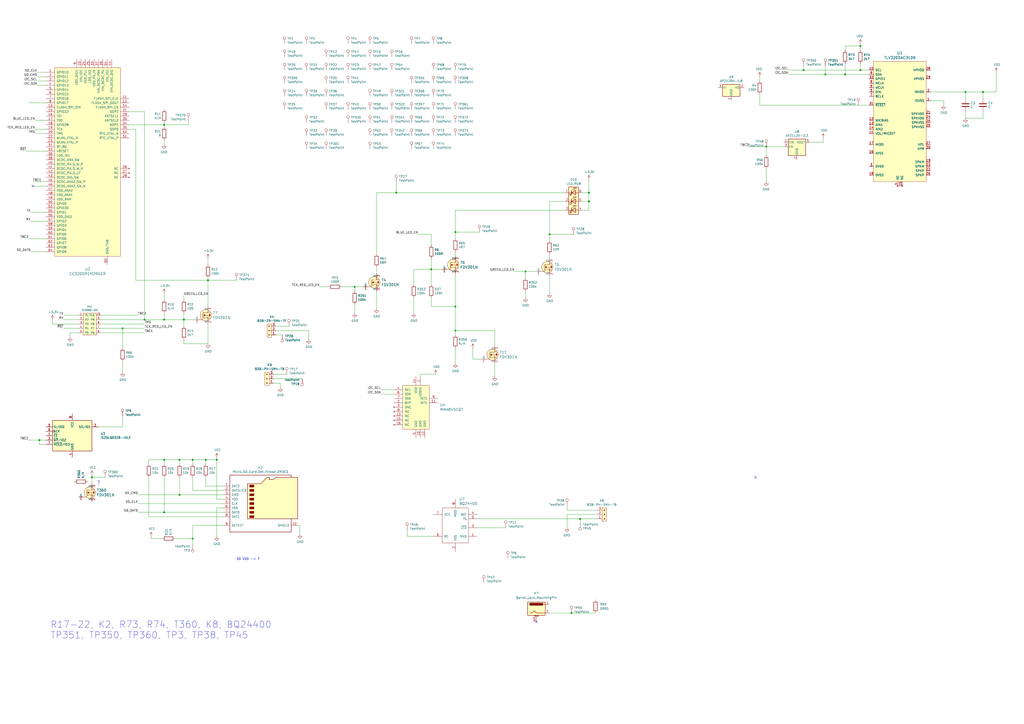
<source format=kicad_sch>
(kicad_sch (version 20230121) (generator eeschema)
  (paper "A2")
  (junction (at 250.19 156.21))
  (junction (at 341.63 111.76))
  (junction (at 264.16 177.8))
  (junction (at 264.16 134.62))
  (junction (at 318.77 135.89))
  (junction (at 490.22 43.18))
  (junction (at 106.68 185.42))
  (junction (at 111.76 312.42))
  (junction (at 304.8 157.48))
  (junction (at 95.25 266.7))
  (junction (at 499.11 40.64))
  (junction (at 331.47 355.6))
  (junction (at 22.86 255.27))
  (junction (at 95.25 297.18))
  (junction (at 499.11 26.67))
  (junction (at 264.16 191.77))
  (junction (at 229.87 111.76))
  (junction (at 125.73 266.7))
  (junction (at 466.09 40.64))
  (junction (at 104.14 266.7))
  (junction (at 95.25 185.42))
  (junction (at 111.76 266.7))
  (junction (at 205.74 166.37))
  (junction (at 120.65 162.56))
  (junction (at 341.63 116.84))
  (junction (at 95.25 72.39))
  (junction (at 478.79 43.18))
  (junction (at 83.82 185.42))
  (junction (at 119.38 266.7))
  (junction (at 444.5 85.09))
  (junction (at 104.14 287.02))
  (junction (at 570.23 53.34))
  (junction (at 336.55 300.99))
  (junction (at 53.34 276.86))
  (junction (at 71.12 190.5))
  (junction (at 560.07 53.34))
  (no_connect (at 438.15 276.86))
  (no_connect (at 311.15 360.68))
  (no_connect (at 19.05 107.95))
  (wire (pts (xy 119.38 276.86) (xy 119.38 281.94)))
  (wire (pts (xy 250.19 165.1) (xy 250.19 156.21)))
  (wire (pts (xy 58.42 190.5) (xy 71.12 190.5)))
  (wire (pts (xy 16.51 59.69) (xy 26.67 59.69)))
  (wire (pts (xy 279.4 208.28) (xy 274.32 208.28)))
  (wire (pts (xy 444.5 97.79) (xy 444.5 105.41)))
  (wire (pts (xy 236.22 311.15) (xy 236.22 307.34)))
  (wire (pts (xy 173.99 304.8) (xy 173.99 309.88)))
  (wire (pts (xy 311.15 157.48) (xy 304.8 157.48)))
  (wire (pts (xy 71.12 247.65) (xy 71.12 241.3)))
  (wire (pts (xy 125.73 289.56) (xy 125.73 266.7)))
  (wire (pts (xy 218.44 147.32) (xy 218.44 111.76)))
  (wire (pts (xy 276.86 300.99) (xy 336.55 300.99)))
  (wire (pts (xy 15.24 87.63) (xy 26.67 87.63)))
  (wire (pts (xy 58.42 182.88) (xy 80.01 182.88)))
  (wire (pts (xy 111.76 304.8) (xy 111.76 312.42)))
  (wire (pts (xy 264.16 148.59) (xy 264.16 146.05)))
  (wire (pts (xy 332.74 135.89) (xy 318.77 135.89)))
  (wire (pts (xy 278.13 134.62) (xy 264.16 134.62)))
  (wire (pts (xy 229.87 111.76) (xy 327.66 111.76)))
  (wire (pts (xy 26.67 74.93) (xy 20.32 74.93)))
  (wire (pts (xy 539.75 53.34) (xy 560.07 53.34)))
  (wire (pts (xy 228.6 228.6) (xy 220.98 228.6)))
  (wire (pts (xy 120.65 153.67) (xy 120.65 149.86)))
  (wire (pts (xy 466.09 38.1) (xy 466.09 40.64)))
  (wire (pts (xy 160.02 194.31) (xy 163.83 194.31)))
  (wire (pts (xy 162.56 224.79) (xy 162.56 222.25)))
  (wire (pts (xy 104.14 287.02) (xy 129.54 287.02)))
  (wire (pts (xy 179.07 191.77) (xy 179.07 196.85)))
  (wire (pts (xy 111.76 266.7) (xy 111.76 269.24)))
  (wire (pts (xy 318.77 116.84) (xy 318.77 135.89)))
  (wire (pts (xy 58.42 193.04) (xy 83.82 193.04)))
  (wire (pts (xy 58.42 187.96) (xy 83.82 187.96)))
  (wire (pts (xy 341.63 104.14) (xy 341.63 111.76)))
  (wire (pts (xy 53.34 275.59) (xy 53.34 276.86)))
  (wire (pts (xy 95.25 72.39) (xy 95.25 73.66)))
  (wire (pts (xy 120.65 162.56) (xy 120.65 177.8)))
  (wire (pts (xy 490.22 43.18) (xy 478.79 43.18)))
  (wire (pts (xy 125.73 266.7) (xy 125.73 265.43)))
  (wire (pts (xy 440.69 46.99) (xy 440.69 44.45)))
  (wire (pts (xy 111.76 316.23) (xy 111.76 312.42)))
  (wire (pts (xy 304.8 157.48) (xy 298.45 157.48)))
  (wire (pts (xy 276.86 306.07) (xy 293.37 306.07)))
  (wire (pts (xy 26.67 77.47) (xy 20.32 77.47)))
  (wire (pts (xy 26.67 49.53) (xy 21.59 49.53)))
  (wire (pts (xy 228.6 226.06) (xy 220.98 226.06)))
  (wire (pts (xy 125.73 294.64) (xy 125.73 311.15)))
  (wire (pts (xy 22.86 255.27) (xy 16.51 255.27)))
  (wire (pts (xy 264.16 191.77) (xy 264.16 194.31)))
  (wire (pts (xy 547.37 58.42) (xy 539.75 58.42)))
  (wire (pts (xy 469.9 82.55) (xy 477.52 82.55)))
  (wire (pts (xy 78.74 74.93) (xy 78.74 162.56)))
  (wire (pts (xy 264.16 177.8) (xy 264.16 191.77)))
  (wire (pts (xy 106.68 196.85) (xy 106.68 199.39)))
  (wire (pts (xy 264.16 134.62) (xy 264.16 138.43)))
  (wire (pts (xy 120.65 187.96) (xy 120.65 199.39)))
  (wire (pts (xy 570.23 68.58) (xy 570.23 64.77)))
  (wire (pts (xy 26.67 123.19) (xy 17.78 123.19)))
  (wire (pts (xy 440.69 60.96) (xy 504.19 60.96)))
  (wire (pts (xy 95.25 266.7) (xy 86.36 266.7)))
  (wire (pts (xy 440.69 54.61) (xy 440.69 60.96)))
  (wire (pts (xy 444.5 85.09) (xy 434.34 85.09)))
  (wire (pts (xy 87.63 311.15) (xy 87.63 312.42)))
  (wire (pts (xy 205.74 176.53) (xy 205.74 181.61)))
  (wire (pts (xy 106.68 185.42) (xy 106.68 181.61)))
  (wire (pts (xy 60.96 276.86) (xy 53.34 276.86)))
  (wire (pts (xy 256.54 156.21) (xy 250.19 156.21)))
  (wire (pts (xy 218.44 111.76) (xy 229.87 111.76)))
  (wire (pts (xy 83.82 64.77) (xy 74.93 64.77)))
  (wire (pts (xy 26.67 105.41) (xy 19.05 105.41)))
  (wire (pts (xy 477.52 82.55) (xy 477.52 80.01)))
  (wire (pts (xy 318.77 135.89) (xy 318.77 139.7)))
  (wire (pts (xy 129.54 289.56) (xy 125.73 289.56)))
  (wire (pts (xy 104.14 287.02) (xy 80.01 287.02)))
  (wire (pts (xy 120.65 162.56) (xy 120.65 161.29)))
  (wire (pts (xy 318.77 355.6) (xy 331.47 355.6)))
  (wire (pts (xy 318.77 160.02) (xy 318.77 170.18)))
  (wire (pts (xy 205.74 168.91) (xy 205.74 166.37)))
  (wire (pts (xy 111.76 276.86) (xy 111.76 284.48)))
  (wire (pts (xy 264.16 158.75) (xy 264.16 177.8)))
  (wire (pts (xy 158.75 217.17) (xy 166.37 217.17)))
  (wire (pts (xy 205.74 166.37) (xy 198.12 166.37)))
  (wire (pts (xy 250.19 177.8) (xy 264.16 177.8)))
  (wire (pts (xy 93.98 312.42) (xy 87.63 312.42)))
  (wire (pts (xy 95.25 181.61) (xy 95.25 185.42)))
  (wire (pts (xy 346.71 298.45) (xy 328.93 298.45)))
  (wire (pts (xy 129.54 284.48) (xy 111.76 284.48)))
  (wire (pts (xy 106.68 199.39) (xy 120.65 199.39)))
  (wire (pts (xy 26.67 255.27) (xy 22.86 255.27)))
  (wire (pts (xy 499.11 40.64) (xy 466.09 40.64)))
  (wire (pts (xy 250.19 156.21) (xy 250.19 149.86)))
  (wire (pts (xy 304.8 172.72) (xy 304.8 168.91)))
  (wire (pts (xy 106.68 189.23) (xy 106.68 185.42)))
  (wire (pts (xy 95.25 185.42) (xy 106.68 185.42)))
  (wire (pts (xy 45.72 190.5) (xy 36.83 190.5)))
  (wire (pts (xy 106.68 173.99) (xy 106.68 171.45)))
  (wire (pts (xy 274.32 208.28) (xy 274.32 201.93)))
  (wire (pts (xy 243.84 217.17) (xy 243.84 218.44)))
  (wire (pts (xy 129.54 294.64) (xy 125.73 294.64)))
  (wire (pts (xy 250.19 142.24) (xy 250.19 135.89)))
  (wire (pts (xy 560.07 53.34) (xy 560.07 57.15)))
  (wire (pts (xy 341.63 111.76) (xy 341.63 116.84)))
  (wire (pts (xy 158.75 219.71) (xy 175.26 219.71)))
  (wire (pts (xy 478.79 38.1) (xy 478.79 43.18)))
  (wire (pts (xy 328.93 295.91) (xy 328.93 293.37)))
  (wire (pts (xy 560.07 68.58) (xy 570.23 68.58)))
  (wire (pts (xy 86.36 266.7) (xy 86.36 269.24)))
  (wire (pts (xy 318.77 116.84) (xy 327.66 116.84)))
  (wire (pts (xy 95.25 276.86) (xy 95.25 297.18)))
  (wire (pts (xy 58.42 185.42) (xy 83.82 185.42)))
  (wire (pts (xy 251.46 311.15) (xy 236.22 311.15)))
  (wire (pts (xy 129.54 297.18) (xy 95.25 297.18)))
  (wire (pts (xy 252.73 217.17) (xy 243.84 217.17)))
  (wire (pts (xy 560.07 64.77) (xy 560.07 68.58)))
  (wire (pts (xy 560.07 53.34) (xy 570.23 53.34)))
  (wire (pts (xy 83.82 64.77) (xy 83.82 185.42)))
  (wire (pts (xy 45.72 193.04) (xy 40.64 193.04)))
  (wire (pts (xy 95.25 173.99) (xy 95.25 170.18)))
  (wire (pts (xy 106.68 185.42) (xy 113.03 185.42)))
  (wire (pts (xy 120.65 162.56) (xy 137.16 162.56)))
  (wire (pts (xy 129.54 281.94) (xy 119.38 281.94)))
  (wire (pts (xy 240.03 172.72) (xy 240.03 181.61)))
  (wire (pts (xy 218.44 154.94) (xy 218.44 158.75)))
  (wire (pts (xy 45.72 182.88) (xy 36.83 182.88)))
  (wire (pts (xy 504.19 43.18) (xy 490.22 43.18)))
  (wire (pts (xy 26.67 128.27) (xy 17.78 128.27)))
  (wire (pts (xy 250.19 156.21) (xy 240.03 156.21)))
  (wire (pts (xy 331.47 355.6) (xy 345.44 355.6)))
  (wire (pts (xy 504.19 40.64) (xy 499.11 40.64)))
  (wire (pts (xy 111.76 266.7) (xy 104.14 266.7)))
  (wire (pts (xy 71.12 215.9) (xy 71.12 209.55)))
  (wire (pts (xy 190.5 166.37) (xy 185.42 166.37)))
  (wire (pts (xy 336.55 300.99) (xy 336.55 303.53)))
  (wire (pts (xy 160.02 189.23) (xy 167.64 189.23)))
  (wire (pts (xy 205.74 166.37) (xy 210.82 166.37)))
  (wire (pts (xy 74.93 74.93) (xy 78.74 74.93)))
  (wire (pts (xy 119.38 266.7) (xy 111.76 266.7)))
  (wire (pts (xy 444.5 85.09) (xy 454.66 85.09)))
  (wire (pts (xy 86.36 276.86) (xy 86.36 299.72)))
  (wire (pts (xy 26.67 41.91) (xy 21.59 41.91)))
  (wire (pts (xy 346.71 295.91) (xy 328.93 295.91)))
  (wire (pts (xy 466.09 40.64) (xy 457.2 40.64)))
  (wire (pts (xy 304.8 161.29) (xy 304.8 157.48)))
  (wire (pts (xy 129.54 292.1) (xy 80.01 292.1)))
  (wire (pts (xy 26.67 107.95) (xy 19.05 107.95)))
  (wire (pts (xy 119.38 269.24) (xy 119.38 266.7)))
  (wire (pts (xy 20.32 69.85) (xy 26.67 69.85)))
  (wire (pts (xy 95.25 297.18) (xy 80.01 297.18)))
  (wire (pts (xy 547.37 60.96) (xy 547.37 58.42)))
  (wire (pts (xy 570.23 53.34) (xy 570.23 57.15)))
  (wire (pts (xy 287.02 210.82) (xy 287.02 218.44)))
  (wire (pts (xy 109.22 72.39) (xy 109.22 69.85)))
  (wire (pts (xy 45.72 187.96) (xy 30.48 187.96)))
  (wire (pts (xy 337.82 116.84) (xy 341.63 116.84)))
  (wire (pts (xy 444.5 85.09) (xy 444.5 90.17)))
  (wire (pts (xy 172.72 304.8) (xy 173.99 304.8)))
  (wire (pts (xy 346.71 300.99) (xy 336.55 300.99)))
  (wire (pts (xy 499.11 29.21) (xy 499.11 26.67)))
  (wire (pts (xy 240.03 156.21) (xy 240.03 165.1)))
  (wire (pts (xy 478.79 43.18) (xy 457.2 43.18)))
  (wire (pts (xy 242.57 135.89) (xy 250.19 135.89)))
  (wire (pts (xy 264.16 201.93) (xy 264.16 210.82)))
  (wire (pts (xy 26.67 146.05) (xy 17.78 146.05)))
  (wire (pts (xy 318.77 149.86) (xy 318.77 147.32)))
  (wire (pts (xy 341.63 116.84) (xy 341.63 121.92)))
  (wire (pts (xy 337.82 111.76) (xy 341.63 111.76)))
  (wire (pts (xy 158.75 222.25) (xy 162.56 222.25)))
  (wire (pts (xy 490.22 36.83) (xy 490.22 43.18)))
  (wire (pts (xy 570.23 53.34) (xy 577.85 53.34)))
  (wire (pts (xy 264.16 121.92) (xy 264.16 134.62)))
  (wire (pts (xy 218.44 168.91) (xy 218.44 179.07)))
  (wire (pts (xy 71.12 190.5) (xy 83.82 190.5)))
  (wire (pts (xy 104.14 266.7) (xy 104.14 269.24)))
  (wire (pts (xy 341.63 121.92) (xy 337.82 121.92)))
  (wire (pts (xy 95.25 266.7) (xy 95.25 269.24)))
  (wire (pts (xy 22.86 257.81) (xy 22.86 255.27)))
  (wire (pts (xy 57.15 247.65) (xy 71.12 247.65)))
  (wire (pts (xy 499.11 26.67) (xy 499.11 25.4)))
  (wire (pts (xy 577.85 53.34) (xy 577.85 41.91)))
  (wire (pts (xy 287.02 191.77) (xy 287.02 200.66)))
  (wire (pts (xy 95.25 71.12) (xy 95.25 72.39)))
  (wire (pts (xy 490.22 29.21) (xy 490.22 26.67)))
  (wire (pts (xy 26.67 138.43) (xy 16.51 138.43)))
  (wire (pts (xy 53.34 276.86) (xy 53.34 280.67)))
  (wire (pts (xy 109.22 72.39) (xy 95.25 72.39)))
  (wire (pts (xy 83.82 185.42) (xy 95.25 185.42)))
  (wire (pts (xy 119.38 266.7) (xy 125.73 266.7)))
  (wire (pts (xy 490.22 26.67) (xy 499.11 26.67)))
  (wire (pts (xy 229.87 111.76) (xy 229.87 105.41)))
  (wire (pts (xy 250.19 172.72) (xy 250.19 177.8)))
  (wire (pts (xy 45.72 185.42) (xy 36.83 185.42)))
  (wire (pts (xy 78.74 162.56) (xy 120.65 162.56)))
  (wire (pts (xy 40.64 193.04) (xy 40.64 195.58)))
  (wire (pts (xy 499.11 36.83) (xy 499.11 40.64)))
  (wire (pts (xy 327.66 121.92) (xy 264.16 121.92)))
  (wire (pts (xy 104.14 266.7) (xy 95.25 266.7)))
  (wire (pts (xy 26.67 44.45) (xy 21.59 44.45)))
  (wire (pts (xy 74.93 72.39) (xy 95.25 72.39)))
  (wire (pts (xy 328.93 298.45) (xy 328.93 306.07)))
  (wire (pts (xy 264.16 191.77) (xy 287.02 191.77)))
  (wire (pts (xy 101.6 312.42) (xy 111.76 312.42)))
  (wire (pts (xy 26.67 46.99) (xy 21.59 46.99)))
  (wire (pts (xy 129.54 299.72) (xy 86.36 299.72)))
  (wire (pts (xy 30.48 187.96) (xy 30.48 185.42)))
  (wire (pts (xy 104.14 276.86) (xy 104.14 287.02)))
  (wire (pts (xy 71.12 201.93) (xy 71.12 190.5)))
  (wire (pts (xy 26.67 257.81) (xy 22.86 257.81)))
  (wire (pts (xy 160.02 191.77) (xy 179.07 191.77)))
  (wire (pts (xy 95.25 81.28) (xy 95.25 83.82)))
  (wire (pts (xy 129.54 304.8) (xy 111.76 304.8)))
  (text "SD VDD -> ?" (at 137.16 325.12 0) (effects (font (size 1.27 1.27)) (justify left bottom)))
  (text "R17-22, K2, R73, R74, T360, K8, BQ24400\nTP351, TP350, TP360, TP3, TP38, TP45" (at 29.21 370.84 0) (effects (font (size 3.81 3.81)) (justify left bottom)))
  (text "?" (at 55.88 281.94 0) (effects (font (size 2.54 2.54)) (justify left bottom)))
  (label "TX" (at 17.78 123.19 180))
  (label "TBC1" (at 83.82 193.04 0))
  (label "TCK_RED_LED_EN" (at 185.42 166.37 180))
  (label "SD_CLK" (at 80.01 292.1 180))
  (label "TBC2" (at 16.51 255.27 180))
  (label "BLUE_LED_EN" (at 20.32 69.85 180))
  (label "I2C_SCL" (at 457.2 40.64 180))
  (label "I2C_SDA" (at 457.2 43.18 180))
  (label "TBC3" (at 434.34 85.09 180))
  (label "I2C_SCL" (at 220.98 226.06 180))
  (label "I2C_SCL" (at 21.59 46.99 180))
  (label "TMS" (at 20.32 77.47 180))
  (label "SD_DAT0" (at 80.01 297.18 180))
  (label "TMS" (at 83.82 187.96 0))
  (label "TX" (at 36.83 182.88 180))
  (label "SD_DAT0" (at 17.78 146.05 180))
  (label "~{RST}" (at 36.83 190.5 180))
  (label "BLUE_LED_EN" (at 242.57 135.89 180))
  (label "RX" (at 17.78 128.27 180))
  (label "GREEN_LED_EN" (at 298.45 157.48 180))
  (label "TCK_RED_LED_EN" (at 20.32 74.93 180))
  (label "SD_CLK" (at 21.59 41.91 180))
  (label "TBC2" (at 80.01 182.88 0))
  (label "I2C_SDA" (at 220.98 228.6 180))
  (label "TBC3" (at 16.51 138.43 180))
  (label "~{RST}" (at 15.24 87.63 180))
  (label "I2C_SDA" (at 21.59 49.53 180))
  (label "GREEN_LED_EN" (at 106.68 171.45 0))
  (label "SD_CMD" (at 80.01 287.02 180))
  (label "TBC1" (at 19.05 105.41 0))
  (label "RX" (at 36.83 185.42 180))
  (label "SD_CMD" (at 21.59 44.45 180))
  (label "TCK_RED_LED_EN" (at 83.82 190.5 0))
  (symbol (lib_id "Tag-Connect:TC2050-IDC") (at 52.07 187.96 0) (unit 1)
    (property "Reference" "P?1" (at 52.07 178.0032 0) (effects (font (size 1.016 1.016))))
    (property "Value" "TC2050-IDC" (at 52.07 179.9336 0) (effects (font (size 1.016 1.016))))
  )
  (symbol (lib_id "Device:LED_RGB") (at 332.74 116.84 0) (unit 1)
    (property "Reference" "D10" (at 332.74 104.2162 0))
    (property "Value" "LED_RGB" (at 332.74 106.5276 0))
  )
  (symbol (lib_id "Device:R") (at 218.44 151.13 0) (unit 1)
    (property "Reference" "R61" (at 220.218 149.9616 0) (effects (justify left)))
    (property "Value" "68R" (at 220.218 152.273 0) (effects (justify left)))
  )
  (symbol (lib_id "Device:R") (at 264.16 142.24 0) (unit 1)
    (property "Reference" "R65" (at 265.938 141.0716 0) (effects (justify left)))
    (property "Value" "4R7" (at 265.938 143.383 0) (effects (justify left)))
  )
  (symbol (lib_id "Device:R") (at 318.77 143.51 0) (unit 1)
    (property "Reference" "R62" (at 320.548 142.3416 0) (effects (justify left)))
    (property "Value" "22R" (at 320.548 144.653 0) (effects (justify left)))
  )
  (symbol (lib_id "power:GND") (at 120.65 199.39 0) (unit 1)
    (property "Reference" "#PWR06" (effects hide))
    (property "Value" "GND" (at 120.777 203.7842 0))
  )
  (symbol (lib_id "Device:R") (at 106.68 177.8 0) (unit 1)
    (property "Reference" "R?2" (at 108.458 176.6316 0) (effects (justify left)))
    (property "Value" "100" (at 108.458 178.943 0) (effects (justify left)))
  )
  (symbol (lib_id "Device:R") (at 120.65 157.48 0) (unit 1)
    (property "Reference" "R12" (at 122.428 156.3116 0) (effects (justify left)))
    (property "Value" "100k" (at 122.428 158.623 0) (effects (justify left)))
  )
  (symbol (lib_id "Device:R") (at 95.25 177.8 0) (unit 1)
    (property "Reference" "R10" (at 97.028 176.6316 0) (effects (justify left)))
    (property "Value" "N/A" (at 97.028 178.943 0) (effects (justify left)))
  )
  (symbol (lib_id "Device:R") (at 106.68 193.04 0) (unit 1)
    (property "Reference" "R14" (at 108.458 191.8716 0) (effects (justify left)))
    (property "Value" "2k7" (at 108.458 194.183 0) (effects (justify left)))
  )
  (symbol (lib_id "power:+3.3V") (at 120.65 149.86 0) (unit 1)
    (property "Reference" "#PWR05" (effects hide))
    (property "Value" "+3.3V" (at 121.031 145.4658 0))
  )
  (symbol (lib_id "power:+3.3V") (at 95.25 170.18 0) (unit 1)
    (property "Reference" "#PWR04" (effects hide))
    (property "Value" "+3.3V" (at 95.631 165.7858 0))
  )
  (symbol (lib_id "Connector:TestPoint") (at 137.16 162.56 0) (unit 1)
    (property "Reference" "TP371" (at 138.6332 159.5628 0) (effects (justify left)))
    (property "Value" "TestPoint" (at 138.6332 161.8742 0) (effects (justify left)))
  )
  (symbol (lib_id "Device:R") (at 95.25 77.47 0) (mirror y) (unit 1)
    (property "Reference" "R?1" (at 93.472 76.3016 0) (effects (justify left)))
    (property "Value" "R" (at 93.472 78.613 0) (effects (justify left)))
  )
  (symbol (lib_id "power:GND") (at 95.25 83.82 0) (mirror y) (unit 1)
    (property "Reference" "#PWR03" (effects hide))
    (property "Value" "GND" (at 95.123 88.2142 0))
  )
  (symbol (lib_id "Connector:TestPoint") (at 109.22 69.85 0) (mirror y) (unit 1)
    (property "Reference" "TP370" (at 107.7468 66.8528 0) (effects (justify left)))
    (property "Value" "TestPoint" (at 107.7468 69.1642 0) (effects (justify left)))
  )
  (symbol (lib_id "Device:R") (at 95.25 67.31 0) (mirror y) (unit 1)
    (property "Reference" "R11" (at 93.472 66.1416 0) (effects (justify left)))
    (property "Value" "N/A" (at 93.472 68.453 0) (effects (justify left)))
  )
  (symbol (lib_id "power:+3.3V") (at 30.48 185.42 0) (unit 1)
    (property "Reference" "#PWR01" (effects hide))
    (property "Value" "+3.3V" (at 30.861 181.0258 0))
  )
  (symbol (lib_id "power:GND") (at 40.64 195.58 0) (unit 1)
    (property "Reference" "#PWR02" (effects hide))
    (property "Value" "GND" (at 40.767 199.9742 0))
  )
  (symbol (lib_id "Connector:TestPoint") (at 165.1 25.4 0) (unit 1)
    (property "Reference" "TP1" (at 166.5732 22.4028 0) (effects (justify left)))
    (property "Value" "TestPoint" (at 166.5732 24.7142 0) (effects (justify left)))
  )
  (symbol (lib_id "Connector:TestPoint") (at 177.8 25.4 0) (unit 1)
    (property "Reference" "TP2" (at 179.2732 22.4028 0) (effects (justify left)))
    (property "Value" "TestPoint" (at 179.2732 24.7142 0) (effects (justify left)))
  )
  (symbol (lib_id "Connector:TestPoint") (at 111.76 316.23 180) (unit 1)
    (property "Reference" "TP3" (at 110.2868 319.2272 0) (effects (justify left)))
    (property "Value" "TestPoint" (at 110.2868 316.9158 0) (effects (justify left)))
  )
  (symbol (lib_id "Connector:TestPoint") (at 201.93 25.4 0) (unit 1)
    (property "Reference" "TP4" (at 203.4032 22.4028 0) (effects (justify left)))
    (property "Value" "TestPoint" (at 203.4032 24.7142 0) (effects (justify left)))
  )
  (symbol (lib_id "Connector:TestPoint") (at 214.63 25.4 0) (unit 1)
    (property "Reference" "TP5" (at 216.1032 22.4028 0) (effects (justify left)))
    (property "Value" "TestPoint" (at 216.1032 24.7142 0) (effects (justify left)))
  )
  (symbol (lib_id "Connector:TestPoint") (at 294.64 323.85 0) (unit 1)
    (property "Reference" "TP6" (at 296.1132 320.8528 0) (effects (justify left)))
    (property "Value" "TestPoint" (at 296.1132 323.1642 0) (effects (justify left)))
  )
  (symbol (lib_id "Connector:TestPoint") (at 238.76 25.4 0) (unit 1)
    (property "Reference" "TP7" (at 240.2332 22.4028 0) (effects (justify left)))
    (property "Value" "TestPoint" (at 240.2332 24.7142 0) (effects (justify left)))
  )
  (symbol (lib_id "Connector:TestPoint") (at 251.46 25.4 0) (unit 1)
    (property "Reference" "TP8" (at 252.9332 22.4028 0) (effects (justify left)))
    (property "Value" "TestPoint" (at 252.9332 24.7142 0) (effects (justify left)))
  )
  (symbol (lib_id "Connector:TestPoint") (at 71.12 241.3 0) (unit 1)
    (property "Reference" "TP9" (at 72.5932 238.3028 0) (effects (justify left)))
    (property "Value" "TestPoint" (at 72.5932 240.6142 0) (effects (justify left)))
  )
  (symbol (lib_id "Connector:TestPoint") (at 165.1 33.02 0) (unit 1)
    (property "Reference" "TP10" (at 166.5732 30.0228 0) (effects (justify left)))
    (property "Value" "TestPoint" (at 166.5732 32.3342 0) (effects (justify left)))
  )
  (symbol (lib_id "Connector:TestPoint") (at 293.37 306.07 0) (unit 1)
    (property "Reference" "TP11" (at 294.8432 303.0728 0) (effects (justify left)))
    (property "Value" "TestPoint" (at 294.8432 305.3842 0) (effects (justify left)))
  )
  (symbol (lib_id "Connector:TestPoint") (at 189.23 33.02 0) (unit 1)
    (property "Reference" "TP12" (at 190.7032 30.0228 0) (effects (justify left)))
    (property "Value" "TestPoint" (at 190.7032 32.3342 0) (effects (justify left)))
  )
  (symbol (lib_id "Connector:TestPoint") (at 201.93 33.02 0) (unit 1)
    (property "Reference" "TP14" (at 203.4032 30.0228 0) (effects (justify left)))
    (property "Value" "TestPoint" (at 203.4032 32.3342 0) (effects (justify left)))
  )
  (symbol (lib_id "Connector:TestPoint") (at 214.63 33.02 0) (unit 1)
    (property "Reference" "TP15" (at 216.1032 30.0228 0) (effects (justify left)))
    (property "Value" "TestPoint" (at 216.1032 32.3342 0) (effects (justify left)))
  )
  (symbol (lib_id "Connector:TestPoint") (at 227.33 33.02 0) (unit 1)
    (property "Reference" "TP16" (at 228.8032 30.0228 0) (effects (justify left)))
    (property "Value" "TestPoint" (at 228.8032 32.3342 0) (effects (justify left)))
  )
  (symbol (lib_id "Connector:TestPoint") (at 166.37 217.17 0) (unit 1)
    (property "Reference" "TP17" (at 167.8432 214.1728 0) (effects (justify left)))
    (property "Value" "TestPoint" (at 167.8432 216.4842 0) (effects (justify left)))
  )
  (symbol (lib_id "Connector:TestPoint") (at 175.26 219.71 180) (unit 1)
    (property "Reference" "TP18" (at 173.7868 222.7072 0) (effects (justify left)))
    (property "Value" "TestPoint" (at 173.7868 220.3958 0) (effects (justify left)))
  )
  (symbol (lib_id "Connector:TestPoint") (at 497.84 60.96 0) (mirror y) (unit 1)
    (property "Reference" "TP19" (at 496.3668 57.9628 0) (effects (justify left)))
    (property "Value" "TestPoint" (at 496.3668 60.2742 0) (effects (justify left)))
  )
  (symbol (lib_id "Connector:TestPoint") (at 165.1 40.64 0) (unit 1)
    (property "Reference" "TP20" (at 166.5732 37.6428 0) (effects (justify left)))
    (property "Value" "TestPoint" (at 166.5732 39.9542 0) (effects (justify left)))
  )
  (symbol (lib_id "Connector:TestPoint") (at 177.8 40.64 0) (unit 1)
    (property "Reference" "TP21" (at 179.2732 37.6428 0) (effects (justify left)))
    (property "Value" "TestPoint" (at 179.2732 39.9542 0) (effects (justify left)))
  )
  (symbol (lib_id "Connector:TestPoint") (at 189.23 40.64 0) (unit 1)
    (property "Reference" "TP22" (at 190.7032 37.6428 0) (effects (justify left)))
    (property "Value" "TestPoint" (at 190.7032 39.9542 0) (effects (justify left)))
  )
  (symbol (lib_id "Connector:TestPoint") (at 201.93 40.64 0) (unit 1)
    (property "Reference" "TP23" (at 203.4032 37.6428 0) (effects (justify left)))
    (property "Value" "TestPoint" (at 203.4032 39.9542 0) (effects (justify left)))
  )
  (symbol (lib_id "Connector:TestPoint") (at 214.63 40.64 0) (unit 1)
    (property "Reference" "TP47" (at 216.1032 37.6428 0) (effects (justify left)))
    (property "Value" "TestPoint" (at 216.1032 39.9542 0) (effects (justify left)))
  )
  (symbol (lib_id "Connector:TestPoint") (at 227.33 40.64 0) (unit 1)
    (property "Reference" "TP54" (at 228.8032 37.6428 0) (effects (justify left)))
    (property "Value" "TestPoint" (at 228.8032 39.9542 0) (effects (justify left)))
  )
  (symbol (lib_id "Connector:TestPoint") (at 478.79 38.1 0) (unit 1)
    (property "Reference" "TP351" (at 480.2632 35.1028 0) (effects (justify left)))
    (property "Value" "TestPoint" (at 480.2632 37.4142 0) (effects (justify left)))
  )
  (symbol (lib_id "Connector:TestPoint") (at 251.46 40.64 0) (unit 1)
    (property "Reference" "TP68" (at 252.9332 37.6428 0) (effects (justify left)))
    (property "Value" "TestPoint" (at 252.9332 39.9542 0) (effects (justify left)))
  )
  (symbol (lib_id "Connector:TestPoint") (at 264.16 40.64 0) (unit 1)
    (property "Reference" "TP75" (at 265.6332 37.6428 0) (effects (justify left)))
    (property "Value" "TestPoint" (at 265.6332 39.9542 0) (effects (justify left)))
  )
  (symbol (lib_id "Connector:TestPoint") (at 165.1 48.26 0) (unit 1)
    (property "Reference" "TP300" (at 166.5732 45.2628 0) (effects (justify left)))
    (property "Value" "TestPoint" (at 166.5732 47.5742 0) (effects (justify left)))
  )
  (symbol (lib_id "Connector:TestPoint") (at 278.13 134.62 0) (unit 1)
    (property "Reference" "TP29" (at 279.6032 131.6228 0) (effects (justify left)))
    (property "Value" "TestPoint" (at 279.6032 133.9342 0) (effects (justify left)))
  )
  (symbol (lib_id "Connector:TestPoint") (at 189.23 48.26 0) (unit 1)
    (property "Reference" "TP35" (at 190.7032 45.2628 0) (effects (justify left)))
    (property "Value" "TestPoint" (at 190.7032 47.5742 0) (effects (justify left)))
  )
  (symbol (lib_id "Connector:TestPoint") (at 201.93 48.26 0) (unit 1)
    (property "Reference" "TP41" (at 203.4032 45.2628 0) (effects (justify left)))
    (property "Value" "TestPoint" (at 203.4032 47.5742 0) (effects (justify left)))
  )
  (symbol (lib_id "Connector:TestPoint") (at 444.5 85.09 0) (mirror y) (unit 1)
    (property "Reference" "TP48" (at 443.0268 82.0928 0) (effects (justify left)))
    (property "Value" "TestPoint" (at 443.0268 84.4042 0) (effects (justify left)))
  )
  (symbol (lib_id "Connector:TestPoint") (at 331.47 355.6 0) (unit 1)
    (property "Reference" "TP55" (at 332.9432 352.6028 0) (effects (justify left)))
    (property "Value" "TestPoint" (at 332.9432 354.9142 0) (effects (justify left)))
  )
  (symbol (lib_id "Connector:TestPoint") (at 238.76 48.26 0) (unit 1)
    (property "Reference" "TP355" (at 240.2332 45.2628 0) (effects (justify left)))
    (property "Value" "TestPoint" (at 240.2332 47.5742 0) (effects (justify left)))
  )
  (symbol (lib_id "Connector:TestPoint") (at 251.46 48.26 0) (unit 1)
    (property "Reference" "TP69" (at 252.9332 45.2628 0) (effects (justify left)))
    (property "Value" "TestPoint" (at 252.9332 47.5742 0) (effects (justify left)))
  )
  (symbol (lib_id "Connector:TestPoint") (at 264.16 48.26 0) (unit 1)
    (property "Reference" "TP358" (at 265.6332 45.2628 0) (effects (justify left)))
    (property "Value" "TestPoint" (at 265.6332 47.5742 0) (effects (justify left)))
  )
  (symbol (lib_id "Connector:TestPoint") (at 165.1 55.88 0) (unit 1)
    (property "Reference" "TP24" (at 166.5732 52.8828 0) (effects (justify left)))
    (property "Value" "TestPoint" (at 166.5732 55.1942 0) (effects (justify left)))
  )
  (symbol (lib_id "Connector:TestPoint") (at 177.8 55.88 0) (unit 1)
    (property "Reference" "TP30" (at 179.2732 52.8828 0) (effects (justify left)))
    (property "Value" "TestPoint" (at 179.2732 55.1942 0) (effects (justify left)))
  )
  (symbol (lib_id "Connector:TestPoint") (at 189.23 55.88 0) (unit 1)
    (property "Reference" "TP36" (at 190.7032 52.8828 0) (effects (justify left)))
    (property "Value" "TestPoint" (at 190.7032 55.1942 0) (effects (justify left)))
  )
  (symbol (lib_id "Connector:TestPoint") (at 280.67 337.82 0) (unit 1)
    (property "Reference" "TP42" (at 282.1432 334.8228 0) (effects (justify left)))
    (property "Value" "TestPoint" (at 282.1432 337.1342 0) (effects (justify left)))
  )
  (symbol (lib_id "Connector:TestPoint") (at 214.63 55.88 0) (unit 1)
    (property "Reference" "TP49" (at 216.1032 52.8828 0) (effects (justify left)))
    (property "Value" "TestPoint" (at 216.1032 55.1942 0) (effects (justify left)))
  )
  (symbol (lib_id "Connector:TestPoint") (at 227.33 55.88 0) (unit 1)
    (property "Reference" "TP321" (at 228.8032 52.8828 0) (effects (justify left)))
    (property "Value" "TestPoint" (at 228.8032 55.1942 0) (effects (justify left)))
  )
  (symbol (lib_id "Connector:TestPoint") (at 238.76 55.88 0) (unit 1)
    (property "Reference" "TP356" (at 240.2332 52.8828 0) (effects (justify left)))
    (property "Value" "TestPoint" (at 240.2332 55.1942 0) (effects (justify left)))
  )
  (symbol (lib_id "Connector:TestPoint") (at 251.46 55.88 0) (unit 1)
    (property "Reference" "TP70" (at 252.9332 52.8828 0) (effects (justify left)))
    (property "Value" "TestPoint" (at 252.9332 55.1942 0) (effects (justify left)))
  )
  (symbol (lib_id "Connector:TestPoint") (at 60.96 276.86 0) (unit 1)
    (property "Reference" "TP360" (at 62.4332 273.8628 0) (effects (justify left)))
    (property "Value" "TestPoint" (at 62.4332 276.1742 0) (effects (justify left)))
  )
  (symbol (lib_id "Connector:TestPoint") (at 165.1 63.5 0) (unit 1)
    (property "Reference" "TP25" (at 166.5732 60.5028 0) (effects (justify left)))
    (property "Value" "TestPoint" (at 166.5732 62.8142 0) (effects (justify left)))
  )
  (symbol (lib_id "Connector:TestPoint") (at 167.64 189.23 0) (unit 1)
    (property "Reference" "TP31" (at 169.1132 186.2328 0) (effects (justify left)))
    (property "Value" "TestPoint" (at 169.1132 188.5442 0) (effects (justify left)))
  )
  (symbol (lib_id "Connector:TestPoint") (at 189.23 63.5 0) (unit 1)
    (property "Reference" "TP37" (at 190.7032 60.5028 0) (effects (justify left)))
    (property "Value" "TestPoint" (at 190.7032 62.8142 0) (effects (justify left)))
  )
  (symbol (lib_id "Connector:TestPoint") (at 201.93 63.5 0) (unit 1)
    (property "Reference" "TP43" (at 203.4032 60.5028 0) (effects (justify left)))
    (property "Value" "TestPoint" (at 203.4032 62.8142 0) (effects (justify left)))
  )
  (symbol (lib_id "Connector:TestPoint") (at 214.63 63.5 0) (unit 1)
    (property "Reference" "TP50" (at 216.1032 60.5028 0) (effects (justify left)))
    (property "Value" "TestPoint" (at 216.1032 62.8142 0) (effects (justify left)))
  )
  (symbol (lib_id "Connector:TestPoint") (at 227.33 63.5 0) (unit 1)
    (property "Reference" "TP322" (at 228.8032 60.5028 0) (effects (justify left)))
    (property "Value" "TestPoint" (at 228.8032 62.8142 0) (effects (justify left)))
  )
  (symbol (lib_id "Connector:TestPoint") (at 238.76 63.5 0) (unit 1)
    (property "Reference" "TP357" (at 240.2332 60.5028 0) (effects (justify left)))
    (property "Value" "TestPoint" (at 240.2332 62.8142 0) (effects (justify left)))
  )
  (symbol (lib_id "Connector:TestPoint") (at 251.46 63.5 0) (unit 1)
    (property "Reference" "TP71" (at 252.9332 60.5028 0) (effects (justify left)))
    (property "Value" "TestPoint" (at 252.9332 62.8142 0) (effects (justify left)))
  )
  (symbol (lib_id "Connector:TestPoint") (at 264.16 63.5 0) (unit 1)
    (property "Reference" "TP361" (at 265.6332 60.5028 0) (effects (justify left)))
    (property "Value" "TestPoint" (at 265.6332 62.8142 0) (effects (justify left)))
  )
  (symbol (lib_id "Connector:TestPoint") (at 163.83 194.31 180) (unit 1)
    (property "Reference" "TP26" (at 165.3032 194.9704 0) (effects (justify right)))
    (property "Value" "TestPoint" (at 165.3032 197.2818 0) (effects (justify right)))
  )
  (symbol (lib_id "Connector:TestPoint") (at 177.8 71.12 0) (unit 1)
    (property "Reference" "TP32" (at 179.2732 68.1228 0) (effects (justify left)))
    (property "Value" "TestPoint" (at 179.2732 70.4342 0) (effects (justify left)))
  )
  (symbol (lib_id "Connector:TestPoint") (at 328.93 293.37 0) (mirror y) (unit 1)
    (property "Reference" "TP38" (at 327.4568 290.3728 0) (effects (justify left)))
    (property "Value" "TestPoint" (at 327.4568 292.6842 0) (effects (justify left)))
  )
  (symbol (lib_id "Connector:TestPoint") (at 201.93 71.12 0) (unit 1)
    (property "Reference" "TP320" (at 203.4032 68.1228 0) (effects (justify left)))
    (property "Value" "TestPoint" (at 203.4032 70.4342 0) (effects (justify left)))
  )
  (symbol (lib_id "Connector:TestPoint") (at 214.63 71.12 0) (unit 1)
    (property "Reference" "TP51" (at 216.1032 68.1228 0) (effects (justify left)))
    (property "Value" "TestPoint" (at 216.1032 70.4342 0) (effects (justify left)))
  )
  (symbol (lib_id "Connector:TestPoint") (at 227.33 71.12 0) (unit 1)
    (property "Reference" "TP341" (at 228.8032 68.1228 0) (effects (justify left)))
    (property "Value" "TestPoint" (at 228.8032 70.4342 0) (effects (justify left)))
  )
  (symbol (lib_id "Connector:TestPoint") (at 238.76 71.12 0) (unit 1)
    (property "Reference" "TP65" (at 240.2332 68.1228 0) (effects (justify left)))
    (property "Value" "TestPoint" (at 240.2332 70.4342 0) (effects (justify left)))
  )
  (symbol (lib_id "Connector:TestPoint") (at 251.46 71.12 0) (unit 1)
    (property "Reference" "TP72" (at 252.9332 68.1228 0) (effects (justify left)))
    (property "Value" "TestPoint" (at 252.9332 70.4342 0) (effects (justify left)))
  )
  (symbol (lib_id "Connector:TestPoint") (at 264.16 71.12 0) (unit 1)
    (property "Reference" "TP372" (at 265.6332 68.1228 0) (effects (justify left)))
    (property "Value" "TestPoint" (at 265.6332 70.4342 0) (effects (justify left)))
  )
  (symbol (lib_id "Connector:TestPoint") (at 229.87 105.41 0) (unit 1)
    (property "Reference" "TP27" (at 231.3432 102.4128 0) (effects (justify left)))
    (property "Value" "TestPoint" (at 231.3432 104.7242 0) (effects (justify left)))
  )
  (symbol (lib_id "Connector:TestPoint") (at 177.8 78.74 0) (unit 1)
    (property "Reference" "TP33" (at 179.2732 75.7428 0) (effects (justify left)))
    (property "Value" "TestPoint" (at 179.2732 78.0542 0) (effects (justify left)))
  )
  (symbol (lib_id "Connector:TestPoint") (at 189.23 78.74 0) (unit 1)
    (property "Reference" "TP39" (at 190.7032 75.7428 0) (effects (justify left)))
    (property "Value" "TestPoint" (at 190.7032 78.0542 0) (effects (justify left)))
  )
  (symbol (lib_id "Connector:TestPoint") (at 336.55 303.53 0) (mirror x) (unit 1)
    (property "Reference" "TP45" (at 338.0232 306.5272 0) (effects (justify left)))
    (property "Value" "TestPoint" (at 338.0232 304.2158 0) (effects (justify left)))
  )
  (symbol (lib_id "Connector:TestPoint") (at 214.63 78.74 0) (unit 1)
    (property "Reference" "TP52" (at 216.1032 75.7428 0) (effects (justify left)))
    (property "Value" "TestPoint" (at 216.1032 78.0542 0) (effects (justify left)))
  )
  (symbol (lib_id "Connector:TestPoint") (at 227.33 78.74 0) (unit 1)
    (property "Reference" "TP342" (at 228.8032 75.7428 0) (effects (justify left)))
    (property "Value" "TestPoint" (at 228.8032 78.0542 0) (effects (justify left)))
  )
  (symbol (lib_id "Connector:TestPoint") (at 238.76 78.74 0) (unit 1)
    (property "Reference" "TP66" (at 240.2332 75.7428 0) (effects (justify left)))
    (property "Value" "TestPoint" (at 240.2332 78.0542 0) (effects (justify left)))
  )
  (symbol (lib_id "Connector:TestPoint") (at 251.46 78.74 0) (unit 1)
    (property "Reference" "TP73" (at 252.9332 75.7428 0) (effects (justify left)))
    (property "Value" "TestPoint" (at 252.9332 78.0542 0) (effects (justify left)))
  )
  (symbol (lib_id "Connector:TestPoint") (at 264.16 78.74 0) (unit 1)
    (property "Reference" "TP373" (at 265.6332 75.7428 0) (effects (justify left)))
    (property "Value" "TestPoint" (at 265.6332 78.0542 0) (effects (justify left)))
  )
  (symbol (lib_id "Connector:TestPoint") (at 332.74 135.89 0) (unit 1)
    (property "Reference" "TP28" (at 334.2132 132.8928 0) (effects (justify left)))
    (property "Value" "TestPoint" (at 334.2132 135.2042 0) (effects (justify left)))
  )
  (symbol (lib_id "Connector:TestPoint") (at 177.8 86.36 0) (unit 1)
    (property "Reference" "TP34" (at 179.2732 83.3628 0) (effects (justify left)))
    (property "Value" "TestPoint" (at 179.2732 85.6742 0) (effects (justify left)))
  )
  (symbol (lib_id "Connector:TestPoint") (at 189.23 86.36 0) (unit 1)
    (property "Reference" "TP301" (at 190.7032 83.3628 0) (effects (justify left)))
    (property "Value" "TestPoint" (at 190.7032 85.6742 0) (effects (justify left)))
  )
  (symbol (lib_id "Connector:TestPoint") (at 236.22 307.34 0) (unit 1)
    (property "Reference" "TP46" (at 237.6932 304.3428 0) (effects (justify left)))
    (property "Value" "TestPoint" (at 237.6932 306.6542 0) (effects (justify left)))
  )
  (symbol (lib_id "Connector:TestPoint") (at 214.63 86.36 0) (unit 1)
    (property "Reference" "TP53" (at 216.1032 83.3628 0) (effects (justify left)))
    (property "Value" "TestPoint" (at 216.1032 85.6742 0) (effects (justify left)))
  )
  (symbol (lib_id "Connector:TestPoint") (at 466.09 38.1 0) (unit 1)
    (property "Reference" "TP350" (at 467.5632 35.1028 0) (effects (justify left)))
    (property "Value" "TestPoint" (at 467.5632 37.4142 0) (effects (justify left)))
  )
  (symbol (lib_id "Connector:TestPoint") (at 238.76 86.36 0) (unit 1)
    (property "Reference" "TP67" (at 240.2332 83.3628 0) (effects (justify left)))
    (property "Value" "TestPoint" (at 240.2332 85.6742 0) (effects (justify left)))
  )
  (symbol (lib_id "Connector:TestPoint") (at 251.46 86.36 0) (unit 1)
    (property "Reference" "TP74" (at 252.9332 83.3628 0) (effects (justify left)))
    (property "Value" "TestPoint" (at 252.9332 85.6742 0) (effects (justify left)))
  )
  (symbol (lib_id "power:GND") (at 179.07 196.85 0) (unit 1)
    (property "Reference" "#PWR0108" (effects hide))
    (property "Value" "GND" (at 179.197 201.2442 0))
  )
  (symbol (lib_id "power:GND") (at 318.77 170.18 0) (unit 1)
    (property "Reference" "#PWR0101" (effects hide))
    (property "Value" "GND" (at 318.897 174.5742 0))
  )
  (symbol (lib_id "power:GND") (at 218.44 179.07 0) (unit 1)
    (property "Reference" "#PWR0102" (effects hide))
    (property "Value" "GND" (at 218.567 183.4642 0))
  )
  (symbol (lib_id "power:+3.3V") (at 341.63 104.14 0) (unit 1)
    (property "Reference" "#PWR0103" (effects hide))
    (property "Value" "+3.3V" (at 342.011 99.7458 0))
  )
  (symbol (lib_id "Device:R") (at 264.16 198.12 0) (unit 1)
    (property "Reference" "R350" (at 265.938 196.9516 0) (effects (justify left)))
    (property "Value" "N/A" (at 265.938 199.263 0) (effects (justify left)))
  )
  (symbol (lib_id "power:GND") (at 264.16 210.82 0) (unit 1)
    (property "Reference" "#PWR0104" (effects hide))
    (property "Value" "GND" (at 264.287 215.2142 0))
  )
  (symbol (lib_id "toniebox:IS25LQ032B-JNLE") (at 41.91 252.73 0) (unit 1)
    (property "Reference" "U3" (at 58.2676 251.5616 0) (effects (justify left)))
    (property "Value" "IS25LQ032B-JNLE" (at 58.2676 253.873 0) (effects (justify left)))
    (property "Footprint" "Package_SO:SOIC-8_3.9x4.9mm_P1.27mm" (effects hide))
    (property "Datasheet" "http://www.issi.com/WW/pdf/25LQ080B-016B-032B.pdf" (effects hide))
  )
  (symbol (lib_id "power:GND") (at 287.02 218.44 0) (unit 1)
    (property "Reference" "#PWR0105" (effects hide))
    (property "Value" "GND" (at 287.147 222.8342 0))
  )
  (symbol (lib_id "Device:R") (at 304.8 165.1 0) (unit 1)
    (property "Reference" "R352" (at 306.578 163.9316 0) (effects (justify left)))
    (property "Value" "100k" (at 306.578 166.243 0) (effects (justify left)))
  )
  (symbol (lib_id "power:GND") (at 304.8 172.72 0) (unit 1)
    (property "Reference" "#PWR0106" (effects hide))
    (property "Value" "GND" (at 304.927 177.1142 0))
  )
  (symbol (lib_id "power:GND") (at 162.56 224.79 0) (unit 1)
    (property "Reference" "#PWR0107" (effects hide))
    (property "Value" "GND" (at 162.687 229.1842 0))
  )
  (symbol (lib_id "Device:R") (at 250.19 146.05 180) (unit 1)
    (property "Reference" "R6" (at 251.968 144.8816 0) (effects (justify right)))
    (property "Value" "100R" (at 251.968 147.193 0) (effects (justify right)))
  )
  (symbol (lib_id "Device:R") (at 250.19 168.91 180) (unit 1)
    (property "Reference" "R37" (at 251.968 167.7416 0) (effects (justify right)))
    (property "Value" "100k" (at 251.968 170.053 0) (effects (justify right)))
  )
  (symbol (lib_id "Device:R") (at 194.31 166.37 270) (unit 1)
    (property "Reference" "R?3" (at 194.31 161.1122 90))
    (property "Value" "100R" (at 194.31 163.4236 90))
  )
  (symbol (lib_id "Regulator_Linear:AP2112K-3.3") (at 462.28 85.09 0) (unit 1)
    (property "Reference" "U8" (at 462.28 76.4032 0))
    (property "Value" "AP2112K-3.3" (at 462.28 78.7146 0))
    (property "Footprint" "Package_TO_SOT_SMD:SOT-23-5" (effects hide))
    (property "Datasheet" "https://www.diodes.com/assets/Datasheets/AP2112.pdf" (effects hide))
  )
  (symbol (lib_id "Device:R") (at 205.74 172.72 0) (unit 1)
    (property "Reference" "R351" (at 207.518 171.5516 0) (effects (justify left)))
    (property "Value" "100k" (at 207.518 173.863 0) (effects (justify left)))
  )
  (symbol (lib_id "power:GND") (at 205.74 181.61 0) (unit 1)
    (property "Reference" "#PWR0109" (effects hide))
    (property "Value" "GND" (at 205.867 186.0042 0))
  )
  (symbol (lib_id "Device:R") (at 240.03 168.91 0) (unit 1)
    (property "Reference" "R353" (at 241.808 167.7416 0) (effects (justify left)))
    (property "Value" "100k" (at 241.808 170.053 0) (effects (justify left)))
  )
  (symbol (lib_id "power:GND") (at 240.03 181.61 0) (unit 1)
    (property "Reference" "#PWR0110" (effects hide))
    (property "Value" "GND" (at 240.157 186.0042 0))
  )
  (symbol (lib_id "dk_Motion-Sensors-Accelerometers:MMA8451QT") (at 241.3 236.22 0) (unit 1)
    (property "Reference" "U4" (at 255.1176 234.8738 0) (effects (font (size 1.524 1.524)) (justify left)))
    (property "Value" "MMA8451QT" (at 255.1176 237.5662 0) (effects (font (size 1.524 1.524)) (justify left)))
    (property "Footprint" "digikey-footprints:VQFN-16_3x3mm" (effects hide))
    (property "Datasheet" "http://cache.freescale.com/files/sensors/doc/data_sheet/MMA8451Q.pdf" (effects hide))
    (property "Digi-Key_PN" "MMA8451QT-ND" (effects hide))
    (property "MPN" "MMA8451QT" (effects hide))
    (property "Category" "Sensors, Transducers" (effects hide))
    (property "Family" "Motion Sensors - Accelerometers" (effects hide))
    (property "DK_Datasheet_Link" "http://cache.freescale.com/files/sensors/doc/data_sheet/MMA8451Q.pdf" (effects hide))
    (property "DK_Detail_Page" "/product-detail/en/nxp-usa-inc/MMA8451QT/MMA8451QT-ND/2444755" (effects hide))
    (property "Description" "ACCELEROMETER 2-8G I2C 16QFN" (effects hide))
    (property "Manufacturer" "NXP USA Inc." (effects hide))
    (property "Status" "Active" (effects hide))
  )
  (symbol (lib_id "toniebox:AP2120N-1.8") (at 424.18 50.8 0) (unit 1)
    (property "Reference" "U9" (at 424.18 44.6532 0))
    (property "Value" "AP2120N-1.8" (at 424.18 46.9646 0))
    (property "Footprint" "Package_TO_SOT_SMD:SOT-23" (effects hide))
    (property "Datasheet" "https://www.diodes.com/assets/Datasheets/AP2120.pdf" (effects hide))
  )
  (symbol (lib_id "Device:R") (at 71.12 205.74 0) (unit 1)
    (property "Reference" "R66" (at 72.898 204.5716 0) (effects (justify left)))
    (property "Value" "100k" (at 72.898 206.883 0) (effects (justify left)))
  )
  (symbol (lib_id "toniebox:TLV320DAC3100") (at 521.97 38.1 0) (unit 1)
    (property "Reference" "U1" (at 521.97 30.8102 0) (effects (font (size 1.524 1.524))))
    (property "Value" "TLV320DAC3100" (at 521.97 33.5026 0) (effects (font (size 1.524 1.524))))
    (property "Footprint" "Package_DFN_QFN:Texas_S-PVQFN-N32_EP3.45x3.45mm" (effects hide))
    (property "Datasheet" "https://www.ti.com/lit/ds/symlink/tlv320dac3100.pdf" (effects hide))
  )
  (symbol (lib_id "power:GND") (at 71.12 215.9 0) (unit 1)
    (property "Reference" "#PWR0111" (effects hide))
    (property "Value" "GND" (at 71.247 220.2942 0))
  )
  (symbol (lib_id "power:VDD") (at 274.32 201.93 0) (unit 1)
    (property "Reference" "#PWR0112" (effects hide))
    (property "Value" "VDD" (at 274.7518 197.5358 0))
  )
  (symbol (lib_id "power:VDD") (at 252.73 217.17 0) (unit 1)
    (property "Reference" "#PWR0113" (effects hide))
    (property "Value" "VDD" (at 253.1618 212.7758 0))
  )
  (symbol (lib_id "power:VDD") (at 440.69 44.45 0) (mirror y) (unit 1)
    (property "Reference" "#PWR0114" (effects hide))
    (property "Value" "VDD" (at 440.2582 40.0558 0))
  )
  (symbol (lib_id "Device:R") (at 440.69 50.8 0) (mirror x) (unit 1)
    (property "Reference" "R4" (at 438.912 49.6316 0) (effects (justify right)))
    (property "Value" "100k" (at 438.912 51.943 0) (effects (justify right)))
  )
  (symbol (lib_id "dk_RF-Transceiver-ICs:CC3200R1M2RGCR") (at 46.99 80.01 0) (unit 1)
    (property "Reference" "U2" (at 50.8 156.1338 0) (effects (font (size 1.524 1.524))))
    (property "Value" "CC3200R1M2RGCR" (at 50.8 158.8262 0) (effects (font (size 1.524 1.524))))
    (property "Footprint" "digikey-footprints:VFQFN-64-1EP_9x9mm" (effects hide))
    (property "Datasheet" "http://www.ti.com/general/docs/suppproductinfo.tsp?distId=10&gotoUrl=http%3A%2F%2Fwww.ti.com%2Flit%2Fgpn%2Fcc3200" (effects hide))
    (property "Digi-Key_PN" "296-38902-1-ND" (effects hide))
    (property "MPN" "CC3200R1M2RGCR" (effects hide))
    (property "Category" "RF/IF and RFID" (effects hide))
    (property "Family" "RF Transceiver ICs" (effects hide))
    (property "DK_Datasheet_Link" "http://www.ti.com/general/docs/suppproductinfo.tsp?distId=10&gotoUrl=http%3A%2F%2Fwww.ti.com%2Flit%2Fgpn%2Fcc3200" (effects hide))
    (property "DK_Detail_Page" "/product-detail/en/texas-instruments/CC3200R1M2RGCR/296-38902-1-ND/5143009" (effects hide))
    (property "Description" "IC RF TXRX+MCU WIFI 64VFQFN" (effects hide))
    (property "Manufacturer" "Texas Instruments" (effects hide))
    (property "Status" "Active" (effects hide))
  )
  (symbol (lib_id "Device:R") (at 444.5 93.98 0) (mirror x) (unit 1)
    (property "Reference" "R56" (at 442.722 92.8116 0) (effects (justify right)))
    (property "Value" "100k" (at 442.722 95.123 0) (effects (justify right)))
  )
  (symbol (lib_id "power:GND") (at 444.5 105.41 0) (mirror y) (unit 1)
    (property "Reference" "#PWR0115" (effects hide))
    (property "Value" "GND" (at 444.373 109.8042 0))
  )
  (symbol (lib_id "power:VDD") (at 577.85 41.91 0) (unit 1)
    (property "Reference" "#PWR0116" (effects hide))
    (property "Value" "VDD" (at 578.2818 37.5158 0))
  )
  (symbol (lib_id "power:GND") (at 547.37 60.96 0) (unit 1)
    (property "Reference" "#PWR0117" (effects hide))
    (property "Value" "GND" (at 547.497 65.3542 0))
  )
  (symbol (lib_id "Device:C") (at 560.07 60.96 0) (unit 1)
    (property "Reference" "C3" (at 562.991 59.7916 0) (effects (justify left)))
    (property "Value" "C" (at 562.991 62.103 0) (effects (justify left)))
  )
  (symbol (lib_id "Device:C") (at 570.23 60.96 0) (unit 1)
    (property "Reference" "C4" (at 573.151 59.7916 0) (effects (justify left)))
    (property "Value" "C" (at 573.151 62.103 0) (effects (justify left)))
  )
  (symbol (lib_id "power:GND") (at 560.07 68.58 0) (unit 1)
    (property "Reference" "#PWR0118" (effects hide))
    (property "Value" "GND" (at 560.197 72.9742 0))
  )
  (symbol (lib_id "power:VDD") (at 477.52 80.01 0) (unit 1)
    (property "Reference" "#PWR0119" (effects hide))
    (property "Value" "VDD" (at 477.9518 75.6158 0))
  )
  (symbol (lib_id "dk_Transistors-FETs-MOSFETs-Single:FDV301N") (at 287.02 205.74 0) (unit 1)
    (property "Reference" "T11" (at 289.7632 204.3938 0) (effects (font (size 1.524 1.524)) (justify left)))
    (property "Value" "FDV301N" (at 289.7632 207.0862 0) (effects (font (size 1.524 1.524)) (justify left)))
    (property "Footprint" "digikey-footprints:SOT-23-3" (effects hide))
    (property "Datasheet" "https://www.onsemi.com/pub/Collateral/FDV301N-D.PDF" (effects hide))
    (property "Digi-Key_PN" "FDV301NCT-ND" (effects hide))
    (property "MPN" "FDV301N" (effects hide))
    (property "Category" "Discrete Semiconductor Products" (effects hide))
    (property "Family" "Transistors - FETs, MOSFETs - Single" (effects hide))
    (property "DK_Datasheet_Link" "https://www.onsemi.com/pub/Collateral/FDV301N-D.PDF" (effects hide))
    (property "DK_Detail_Page" "/product-detail/en/on-semiconductor/FDV301N/FDV301NCT-ND/458954" (effects hide))
    (property "Description" "MOSFET N-CH 25V 220MA SOT-23" (effects hide))
    (property "Manufacturer" "ON Semiconductor" (effects hide))
    (property "Status" "Active" (effects hide))
  )
  (symbol (lib_id "dk_Transistors-FETs-MOSFETs-Single:FDV301N") (at 318.77 154.94 0) (unit 1)
    (property "Reference" "T5" (at 321.5132 153.5938 0) (effects (font (size 1.524 1.524)) (justify left)))
    (property "Value" "FDV301N" (at 321.5132 156.2862 0) (effects (font (size 1.524 1.524)) (justify left)))
    (property "Footprint" "digikey-footprints:SOT-23-3" (effects hide))
    (property "Datasheet" "https://www.onsemi.com/pub/Collateral/FDV301N-D.PDF" (effects hide))
    (property "Digi-Key_PN" "FDV301NCT-ND" (effects hide))
    (property "MPN" "FDV301N" (effects hide))
    (property "Category" "Discrete Semiconductor Products" (effects hide))
    (property "Family" "Transistors - FETs, MOSFETs - Single" (effects hide))
    (property "DK_Datasheet_Link" "https://www.onsemi.com/pub/Collateral/FDV301N-D.PDF" (effects hide))
    (property "DK_Detail_Page" "/product-detail/en/on-semiconductor/FDV301N/FDV301NCT-ND/458954" (effects hide))
    (property "Description" "MOSFET N-CH 25V 220MA SOT-23" (effects hide))
    (property "Manufacturer" "ON Semiconductor" (effects hide))
    (property "Status" "Active" (effects hide))
  )
  (symbol (lib_id "dk_Transistors-FETs-MOSFETs-Single:FDV301N") (at 264.16 153.67 0) (unit 1)
    (property "Reference" "T6" (at 266.9032 152.3238 0) (effects (font (size 1.524 1.524)) (justify left)))
    (property "Value" "FDV301N" (at 266.9032 155.0162 0) (effects (font (size 1.524 1.524)) (justify left)))
    (property "Footprint" "digikey-footprints:SOT-23-3" (effects hide))
    (property "Datasheet" "https://www.onsemi.com/pub/Collateral/FDV301N-D.PDF" (effects hide))
    (property "Digi-Key_PN" "FDV301NCT-ND" (effects hide))
    (property "MPN" "FDV301N" (effects hide))
    (property "Category" "Discrete Semiconductor Products" (effects hide))
    (property "Family" "Transistors - FETs, MOSFETs - Single" (effects hide))
    (property "DK_Datasheet_Link" "https://www.onsemi.com/pub/Collateral/FDV301N-D.PDF" (effects hide))
    (property "DK_Detail_Page" "/product-detail/en/on-semiconductor/FDV301N/FDV301NCT-ND/458954" (effects hide))
    (property "Description" "MOSFET N-CH 25V 220MA SOT-23" (effects hide))
    (property "Manufacturer" "ON Semiconductor" (effects hide))
    (property "Status" "Active" (effects hide))
  )
  (symbol (lib_id "dk_Transistors-FETs-MOSFETs-Single:FDV301N") (at 218.44 163.83 0) (unit 1)
    (property "Reference" "T4" (at 221.1832 162.4838 0) (effects (font (size 1.524 1.524)) (justify left)))
    (property "Value" "FDV301N" (at 221.1832 165.1762 0) (effects (font (size 1.524 1.524)) (justify left)))
    (property "Footprint" "digikey-footprints:SOT-23-3" (effects hide))
    (property "Datasheet" "https://www.onsemi.com/pub/Collateral/FDV301N-D.PDF" (effects hide))
    (property "Digi-Key_PN" "FDV301NCT-ND" (effects hide))
    (property "MPN" "FDV301N" (effects hide))
    (property "Category" "Discrete Semiconductor Products" (effects hide))
    (property "Family" "Transistors - FETs, MOSFETs - Single" (effects hide))
    (property "DK_Datasheet_Link" "https://www.onsemi.com/pub/Collateral/FDV301N-D.PDF" (effects hide))
    (property "DK_Detail_Page" "/product-detail/en/on-semiconductor/FDV301N/FDV301NCT-ND/458954" (effects hide))
    (property "Description" "MOSFET N-CH 25V 220MA SOT-23" (effects hide))
    (property "Manufacturer" "ON Semiconductor" (effects hide))
    (property "Status" "Active" (effects hide))
  )
  (symbol (lib_id "dk_Transistors-FETs-MOSFETs-Single:FDV301N") (at 120.65 182.88 0) (unit 1)
    (property "Reference" "T7" (at 123.3932 181.5338 0) (effects (font (size 1.524 1.524)) (justify left)))
    (property "Value" "FDV301N" (at 123.3932 184.2262 0) (effects (font (size 1.524 1.524)) (justify left)))
    (property "Footprint" "digikey-footprints:SOT-23-3" (effects hide))
    (property "Datasheet" "https://www.onsemi.com/pub/Collateral/FDV301N-D.PDF" (effects hide))
    (property "Digi-Key_PN" "FDV301NCT-ND" (effects hide))
    (property "MPN" "FDV301N" (effects hide))
    (property "Category" "Discrete Semiconductor Products" (effects hide))
    (property "Family" "Transistors - FETs, MOSFETs - Single" (effects hide))
    (property "DK_Datasheet_Link" "https://www.onsemi.com/pub/Collateral/FDV301N-D.PDF" (effects hide))
    (property "DK_Detail_Page" "/product-detail/en/on-semiconductor/FDV301N/FDV301NCT-ND/458954" (effects hide))
    (property "Description" "MOSFET N-CH 25V 220MA SOT-23" (effects hide))
    (property "Manufacturer" "ON Semiconductor" (effects hide))
    (property "Status" "Active" (effects hide))
  )
  (symbol (lib_id "toniebox:Micro_SD_Card_Det_Hirose_DM3CS") (at 152.4 292.1 0) (unit 1)
    (property "Reference" "K2" (at 151.13 271.3482 0))
    (property "Value" "Micro_SD_Card_Det_Hirose_DM3CS" (at 151.13 273.6596 0))
    (property "Datasheet" "https://www.hirose.com/product/document?clcode=CL0609-0032-3-00&productname=DM3CS-SF&series=DM3&documenttype=Catalog&lang=en&documentid=D49662_en" (effects hide))
  )
  (symbol (lib_id "power:GND") (at 173.99 309.88 0) (unit 1)
    (property "Reference" "#PWR?" (effects hide))
    (property "Value" "GND" (at 174.117 314.2742 0))
  )
  (symbol (lib_id "power:GND") (at 125.73 311.15 0) (unit 1)
    (property "Reference" "#PWR?" (effects hide))
    (property "Value" "GND" (at 125.857 315.5442 0))
  )
  (symbol (lib_id "dk_Rectangular-Connectors-Headers-Male-Pins:B3B-PH-K-S_LF__SN_") (at 154.94 222.25 270) (mirror x) (unit 1)
    (property "Reference" "K9" (at 156.4132 211.709 90))
    (property "Value" "B3B-PH-SM4-TB" (at 156.4132 214.0204 90))
    (property "Footprint" "digikey-footprints:PinHeader_1x3_P2mm_Drill1mm" (effects hide))
    (property "Datasheet" "http://www.jst-mfg.com/product/pdf/eng/ePH.pdf" (effects hide))
    (property "Digi-Key_PN" "455-1705-ND" (effects hide))
    (property "MPN" "B3B-PH-K-S(LF)(SN)" (effects hide))
    (property "Category" "Connectors, Interconnects" (effects hide))
    (property "Family" "Rectangular Connectors - Headers, Male Pins" (effects hide))
    (property "DK_Datasheet_Link" "http://www.jst-mfg.com/product/pdf/eng/ePH.pdf" (effects hide))
    (property "DK_Detail_Page" "/product-detail/en/jst-sales-america-inc/B3B-PH-K-S(LF)(SN)/455-1705-ND/926612" (effects hide))
    (property "Description" "CONN HEADER VERT 3POS 2MM" (effects hide))
    (property "Manufacturer" "JST Sales America Inc." (effects hide))
    (property "Status" "Active" (effects hide))
  )
  (symbol (lib_id "dk_Rectangular-Connectors-Headers-Male-Pins:B3B-PH-K-S_LF__SN_") (at 350.52 300.99 90) (unit 1)
    (property "Reference" "K8" (at 349.0468 290.449 90))
    (property "Value" "B3B-PH-SM4-TB" (at 349.0468 292.7604 90))
    (property "Footprint" "digikey-footprints:PinHeader_1x3_P2mm_Drill1mm" (effects hide))
    (property "Datasheet" "http://www.jst-mfg.com/product/pdf/eng/ePH.pdf" (effects hide))
    (property "Digi-Key_PN" "455-1705-ND" (effects hide))
    (property "MPN" "B3B-PH-K-S(LF)(SN)" (effects hide))
    (property "Category" "Connectors, Interconnects" (effects hide))
    (property "Family" "Rectangular Connectors - Headers, Male Pins" (effects hide))
    (property "DK_Datasheet_Link" "http://www.jst-mfg.com/product/pdf/eng/ePH.pdf" (effects hide))
    (property "DK_Detail_Page" "/product-detail/en/jst-sales-america-inc/B3B-PH-K-S(LF)(SN)/455-1705-ND/926612" (effects hide))
    (property "Description" "CONN HEADER VERT 3POS 2MM" (effects hide))
    (property "Manufacturer" "JST Sales America Inc." (effects hide))
    (property "Status" "Active" (effects hide))
  )
  (symbol (lib_id "power:GND") (at 328.93 306.07 0) (mirror y) (unit 1)
    (property "Reference" "#PWR?" (effects hide))
    (property "Value" "GND" (at 328.803 310.4642 0))
  )
  (symbol (lib_id "Device:R") (at 97.79 312.42 90) (unit 1)
    (property "Reference" "R22" (at 96.6216 310.642 0) (effects (justify left)))
    (property "Value" "N/A" (at 98.933 310.642 0) (effects (justify left)))
  )
  (symbol (lib_id "power:VCC") (at 87.63 311.15 0) (unit 1)
    (property "Reference" "#PWR?" (effects hide))
    (property "Value" "VCC" (at 88.0618 306.7558 0))
  )
  (symbol (lib_id "power:VCC") (at 125.73 265.43 0) (unit 1)
    (property "Reference" "#PWR?" (effects hide))
    (property "Value" "VCC" (at 126.1618 261.0358 0))
  )
  (symbol (lib_id "Device:R") (at 119.38 273.05 0) (unit 1)
    (property "Reference" "R17" (at 121.158 271.8816 0) (effects (justify left)))
    (property "Value" "10k" (at 121.158 274.193 0) (effects (justify left)))
  )
  (symbol (lib_id "Device:R") (at 111.76 273.05 0) (unit 1)
    (property "Reference" "R18" (at 113.538 271.8816 0) (effects (justify left)))
    (property "Value" "10k" (at 113.538 274.193 0) (effects (justify left)))
  )
  (symbol (lib_id "Device:R") (at 104.14 273.05 0) (unit 1)
    (property "Reference" "R19" (at 105.918 271.8816 0) (effects (justify left)))
    (property "Value" "10k" (at 105.918 274.193 0) (effects (justify left)))
  )
  (symbol (lib_id "Device:R") (at 95.25 273.05 0) (unit 1)
    (property "Reference" "R20" (at 97.028 271.8816 0) (effects (justify left)))
    (property "Value" "10k" (at 97.028 274.193 0) (effects (justify left)))
  )
  (symbol (lib_id "Device:R") (at 86.36 273.05 0) (unit 1)
    (property "Reference" "R21" (at 88.138 271.8816 0) (effects (justify left)))
    (property "Value" "10k" (at 88.138 274.193 0) (effects (justify left)))
  )
  (symbol (lib_id "dk_Rectangular-Connectors-Headers-Male-Pins:B3B-PH-K-S_LF__SN_") (at 156.21 194.31 270) (mirror x) (unit 1)
    (property "Reference" "K4" (at 157.6832 183.769 90))
    (property "Value" "B3B-ZR-SM4-TF" (at 157.6832 186.0804 90))
    (property "Footprint" "digikey-footprints:PinHeader_1x3_P2mm_Drill1mm" (effects hide))
    (property "Datasheet" "http://www.jst-mfg.com/product/pdf/eng/ePH.pdf" (effects hide))
    (property "Digi-Key_PN" "455-1705-ND" (effects hide))
    (property "MPN" "B3B-PH-K-S(LF)(SN)" (effects hide))
    (property "Category" "Connectors, Interconnects" (effects hide))
    (property "Family" "Rectangular Connectors - Headers, Male Pins" (effects hide))
    (property "DK_Datasheet_Link" "http://www.jst-mfg.com/product/pdf/eng/ePH.pdf" (effects hide))
    (property "DK_Detail_Page" "/product-detail/en/jst-sales-america-inc/B3B-PH-K-S(LF)(SN)/455-1705-ND/926612" (effects hide))
    (property "Description" "CONN HEADER VERT 3POS 2MM" (effects hide))
    (property "Manufacturer" "JST Sales America Inc." (effects hide))
    (property "Status" "Active" (effects hide))
  )
  (symbol (lib_id "Device:R") (at 499.11 33.02 0) (unit 1)
    (property "Reference" "R74" (at 500.888 31.8516 0) (effects (justify left)))
    (property "Value" "2k7" (at 500.888 34.163 0) (effects (justify left)))
  )
  (symbol (lib_id "Device:R") (at 490.22 33.02 0) (unit 1)
    (property "Reference" "R73" (at 491.998 31.8516 0) (effects (justify left)))
    (property "Value" "2k7" (at 491.998 34.163 0) (effects (justify left)))
  )
  (symbol (lib_id "power:VDD") (at 499.11 25.4 0) (mirror y) (unit 1)
    (property "Reference" "#PWR?" (effects hide))
    (property "Value" "VDD" (at 498.6782 21.0058 0))
  )
  (symbol (lib_id "dk_Transistors-FETs-MOSFETs-Single:FDV301N") (at 53.34 285.75 0) (unit 1)
    (property "Reference" "T360" (at 56.0832 284.4038 0) (effects (font (size 1.524 1.524)) (justify left)))
    (property "Value" "FDV301N" (at 56.0832 287.0962 0) (effects (font (size 1.524 1.524)) (justify left)))
    (property "Footprint" "digikey-footprints:SOT-23-3" (effects hide))
    (property "Datasheet" "https://www.onsemi.com/pub/Collateral/FDV301N-D.PDF" (effects hide))
    (property "Digi-Key_PN" "FDV301NCT-ND" (effects hide))
    (property "MPN" "FDV301N" (effects hide))
    (property "Category" "Discrete Semiconductor Products" (effects hide))
    (property "Family" "Transistors - FETs, MOSFETs - Single" (effects hide))
    (property "DK_Datasheet_Link" "https://www.onsemi.com/pub/Collateral/FDV301N-D.PDF" (effects hide))
    (property "DK_Detail_Page" "/product-detail/en/on-semiconductor/FDV301N/FDV301NCT-ND/458954" (effects hide))
    (property "Description" "MOSFET N-CH 25V 220MA SOT-23" (effects hide))
    (property "Manufacturer" "ON Semiconductor" (effects hide))
    (property "Status" "Active" (effects hide))
  )
  (symbol (lib_id "power:VCC") (at 53.34 275.59 0) (unit 1)
    (property "Reference" "#PWR?" (effects hide))
    (property "Value" "VCC" (at 53.7718 271.1958 0))
  )
  (symbol (lib_id "Device:R") (at 46.99 279.4 90) (unit 1)
    (property "Reference" "R360" (at 45.8216 277.622 0) (effects (justify left)))
    (property "Value" "N/A" (at 48.133 277.622 0) (effects (justify left)))
  )
  (symbol (lib_id "Device:R") (at 345.44 351.79 0) (unit 1)
    (property "Reference" "R55" (at 347.98 350.52 0) (effects (justify left)))
    (property "Value" "0R05" (at 347.98 353.06 0) (effects (justify left)))
  )
  (symbol (lib_id "bq24400:BQ24400") (at 264.16 304.8 0) (unit 1)
    (property "Reference" "U7" (at 266.3541 289.56 0) (effects (font (size 1.524 1.524)) (justify left)))
    (property "Value" "BQ24400" (at 266.3541 292.1 0) (effects (font (size 1.524 1.524)) (justify left)))
  )
  (symbol (lib_id "Connector:Barrel_Jack_MountingPin") (at 311.15 353.06 0) (unit 1)
    (property "Reference" "K7" (at 311.15 344.17 0))
    (property "Value" "Barrel_Jack_MountingPin" (at 311.15 346.71 0))
  )
)
</source>
